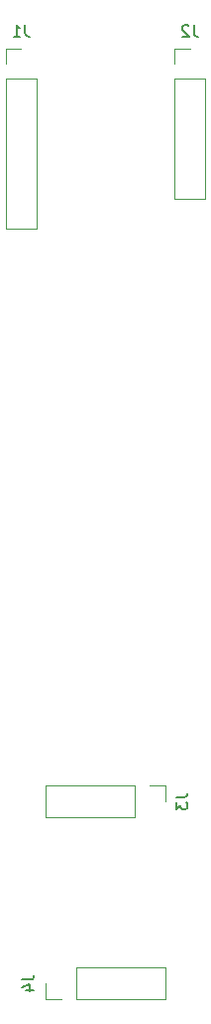
<source format=gbr>
%TF.GenerationSoftware,KiCad,Pcbnew,(6.0.11)*%
%TF.CreationDate,2023-03-30T15:00:59+01:00*%
%TF.ProjectId,QuadEnv_Components,51756164-456e-4765-9f43-6f6d706f6e65,rev?*%
%TF.SameCoordinates,Original*%
%TF.FileFunction,Legend,Bot*%
%TF.FilePolarity,Positive*%
%FSLAX46Y46*%
G04 Gerber Fmt 4.6, Leading zero omitted, Abs format (unit mm)*
G04 Created by KiCad (PCBNEW (6.0.11)) date 2023-03-30 15:00:59*
%MOMM*%
%LPD*%
G01*
G04 APERTURE LIST*
%ADD10C,0.150000*%
%ADD11C,0.120000*%
G04 APERTURE END LIST*
D10*
%TO.C,J1*%
X52533333Y-71082380D02*
X52533333Y-71796666D01*
X52580952Y-71939523D01*
X52676190Y-72034761D01*
X52819047Y-72082380D01*
X52914285Y-72082380D01*
X51533333Y-72082380D02*
X52104761Y-72082380D01*
X51819047Y-72082380D02*
X51819047Y-71082380D01*
X51914285Y-71225238D01*
X52009523Y-71320476D01*
X52104761Y-71368095D01*
%TO.C,J4*%
X52282380Y-152366666D02*
X52996666Y-152366666D01*
X53139523Y-152319047D01*
X53234761Y-152223809D01*
X53282380Y-152080952D01*
X53282380Y-151985714D01*
X52615714Y-153271428D02*
X53282380Y-153271428D01*
X52234761Y-153033333D02*
X52949047Y-152795238D01*
X52949047Y-153414285D01*
%TO.C,J2*%
X66933333Y-71082380D02*
X66933333Y-71796666D01*
X66980952Y-71939523D01*
X67076190Y-72034761D01*
X67219047Y-72082380D01*
X67314285Y-72082380D01*
X66504761Y-71177619D02*
X66457142Y-71130000D01*
X66361904Y-71082380D01*
X66123809Y-71082380D01*
X66028571Y-71130000D01*
X65980952Y-71177619D01*
X65933333Y-71272857D01*
X65933333Y-71368095D01*
X65980952Y-71510952D01*
X66552380Y-72082380D01*
X65933333Y-72082380D01*
%TO.C,J3*%
X65422380Y-136866666D02*
X66136666Y-136866666D01*
X66279523Y-136819047D01*
X66374761Y-136723809D01*
X66422380Y-136580952D01*
X66422380Y-136485714D01*
X65422380Y-137247619D02*
X65422380Y-137866666D01*
X65803333Y-137533333D01*
X65803333Y-137676190D01*
X65850952Y-137771428D01*
X65898571Y-137819047D01*
X65993809Y-137866666D01*
X66231904Y-137866666D01*
X66327142Y-137819047D01*
X66374761Y-137771428D01*
X66422380Y-137676190D01*
X66422380Y-137390476D01*
X66374761Y-137295238D01*
X66327142Y-137247619D01*
D11*
%TO.C,J1*%
X53530000Y-75670000D02*
X53530000Y-88430000D01*
X50870000Y-73070000D02*
X50870000Y-74400000D01*
X53530000Y-88430000D02*
X50870000Y-88430000D01*
X53530000Y-75670000D02*
X50870000Y-75670000D01*
X50870000Y-75670000D02*
X50870000Y-88430000D01*
X52200000Y-73070000D02*
X50870000Y-73070000D01*
%TO.C,J4*%
X56870000Y-151370000D02*
X64550000Y-151370000D01*
X56870000Y-151370000D02*
X56870000Y-154030000D01*
X64550000Y-151370000D02*
X64550000Y-154030000D01*
X56870000Y-154030000D02*
X64550000Y-154030000D01*
X54270000Y-154030000D02*
X55600000Y-154030000D01*
X54270000Y-152700000D02*
X54270000Y-154030000D01*
%TO.C,J2*%
X65270000Y-73070000D02*
X65270000Y-74400000D01*
X67930000Y-85890000D02*
X65270000Y-85890000D01*
X67930000Y-75670000D02*
X67930000Y-85890000D01*
X66600000Y-73070000D02*
X65270000Y-73070000D01*
X67930000Y-75670000D02*
X65270000Y-75670000D01*
X65270000Y-75670000D02*
X65270000Y-85890000D01*
%TO.C,J3*%
X64530000Y-135870000D02*
X63200000Y-135870000D01*
X54250000Y-138530000D02*
X54250000Y-135870000D01*
X64530000Y-137200000D02*
X64530000Y-135870000D01*
X61930000Y-138530000D02*
X54250000Y-138530000D01*
X61930000Y-135870000D02*
X54250000Y-135870000D01*
X61930000Y-138530000D02*
X61930000Y-135870000D01*
%TD*%
M02*

</source>
